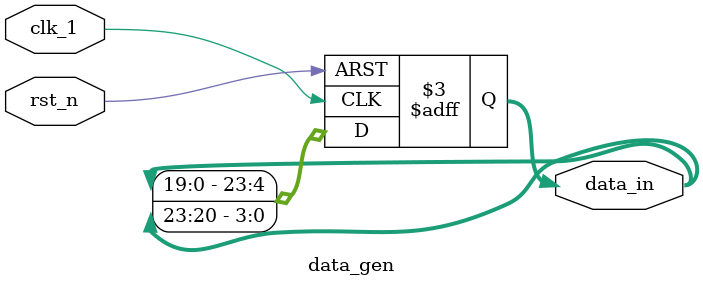
<source format=v>
module data_gen (clk_1,rst_n,data_in);

	input clk_1;    // Clock
	input rst_n;  // Asynchronous reset active low
	
	// reg [23:0] data_in = 24'b0000_0001_0010_0011_0100_0101;
	output reg [23:0] data_in;

	// reg [3:0] temp;
	// reg [23:0] data_in_temmp;

always @ (posedge clk_1 or negedge rst_n)
	begin
		if(~rst_n) 
			begin
				// data_in_temmp <= data_in;
				// // seg <= 8'd0;
				data_in <= 24'b0000_0001_0010_0011_0100_0101;
			end 
		else 
			begin
				// data_in <= {data_in[3:0],data_in[23:4]};  //右移
				data_in <= {data_in[19:0],data_in[23:20]};  //左移，比较容易看
			end
	end

endmodule



//另一种写法



// parameter [31:0]cnt_num = 32'd24999999;
// reg [31:0]cnt;

// always @(posedge clk or negedge rst_n) 
// 	begin : proc_
// 		if(~rst_n) 
// 		begin
// 			cnt <= 0;
// 		end 
// 		else 
// 		begin
// 			cnt <= cnt + 1;
// 		end
// 	end


// assign flag = (cnt == cnt_num)? 1'b1: 1'b0;

// always @(posedge clk or negedge rst_n)
// 	begin
// 		if(~rst_n) 
// 			begin
// 				// data_in_temmp <= data_in;
// 				// // seg <= 8'd0;
// 				data_in <= 24'h012345;
// 			end 
// 		else 
// 			begin
// 				if(flag)
// 					begin
// 						data_in <= {data_in[19:0],data_in[23:20]};  //左移，比较容易看
// 					end
// 				else
// 					begin
// 						data_in <= data_in;
// 					end
// 			end
// 	end

// endmodule
</source>
